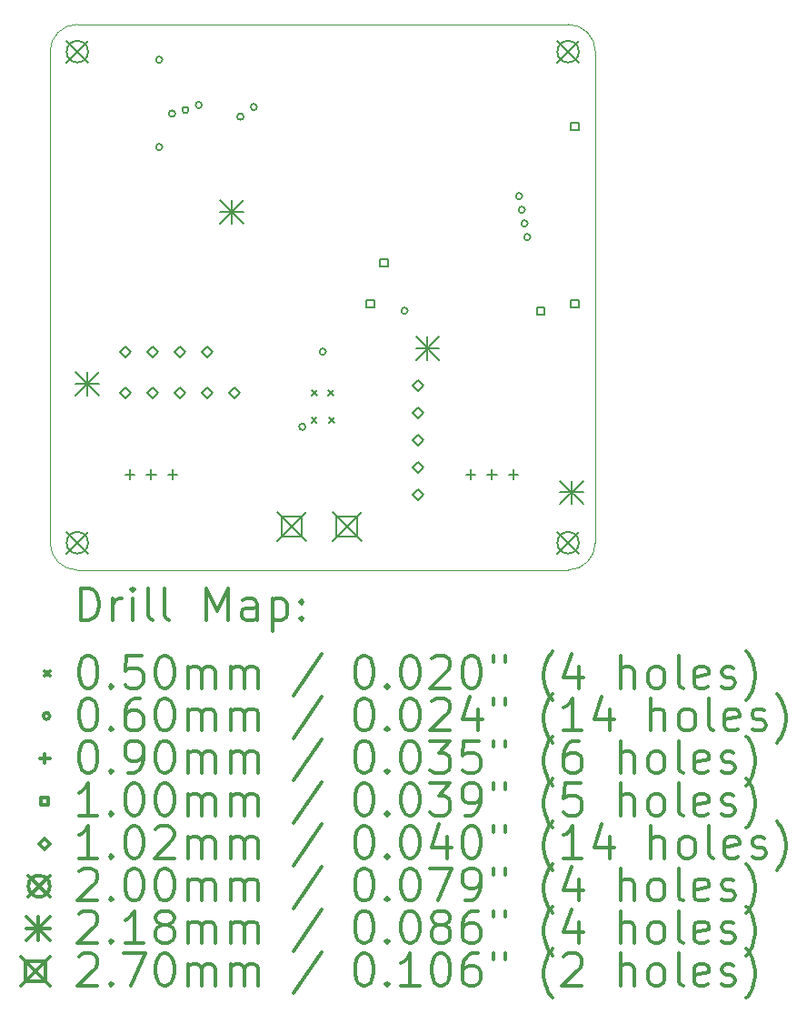
<source format=gbr>
%FSLAX45Y45*%
G04 Gerber Fmt 4.5, Leading zero omitted, Abs format (unit mm)*
G04 Created by KiCad (PCBNEW (5.1.9)-1) date 2021-04-18 01:50:58*
%MOMM*%
%LPD*%
G01*
G04 APERTURE LIST*
%TA.AperFunction,Profile*%
%ADD10C,0.050000*%
%TD*%
%ADD11C,0.200000*%
%ADD12C,0.300000*%
G04 APERTURE END LIST*
D10*
X12446000Y-8128000D02*
G75*
G02*
X12700000Y-7874000I254000J0D01*
G01*
X17272000Y-7874000D02*
G75*
G02*
X17526000Y-8128000I0J-254000D01*
G01*
X12446000Y-12700000D02*
X12446000Y-8128000D01*
X12700000Y-12954000D02*
G75*
G02*
X12446000Y-12700000I0J254000D01*
G01*
X17272000Y-12954000D02*
X12700000Y-12954000D01*
X17526000Y-12700000D02*
G75*
G02*
X17272000Y-12954000I-254000J0D01*
G01*
X17526000Y-8128000D02*
X17526000Y-12700000D01*
X12700000Y-7874000D02*
X17272000Y-7874000D01*
D11*
X14879600Y-11532000D02*
X14929600Y-11582000D01*
X14929600Y-11532000D02*
X14879600Y-11582000D01*
X14883000Y-11278000D02*
X14933000Y-11328000D01*
X14933000Y-11278000D02*
X14883000Y-11328000D01*
X15039000Y-11278000D02*
X15089000Y-11328000D01*
X15089000Y-11278000D02*
X15039000Y-11328000D01*
X15042400Y-11532000D02*
X15092400Y-11582000D01*
X15092400Y-11532000D02*
X15042400Y-11582000D01*
X13492000Y-8204200D02*
G75*
G03*
X13492000Y-8204200I-30000J0D01*
G01*
X13492000Y-9017000D02*
G75*
G03*
X13492000Y-9017000I-30000J0D01*
G01*
X13611500Y-8704700D02*
G75*
G03*
X13611500Y-8704700I-30000J0D01*
G01*
X13736500Y-8670900D02*
G75*
G03*
X13736500Y-8670900I-30000J0D01*
G01*
X13861500Y-8624500D02*
G75*
G03*
X13861500Y-8624500I-30000J0D01*
G01*
X14249000Y-8732600D02*
G75*
G03*
X14249000Y-8732600I-30000J0D01*
G01*
X14374000Y-8643000D02*
G75*
G03*
X14374000Y-8643000I-30000J0D01*
G01*
X14825500Y-11620500D02*
G75*
G03*
X14825500Y-11620500I-30000J0D01*
G01*
X15016000Y-10922000D02*
G75*
G03*
X15016000Y-10922000I-30000J0D01*
G01*
X15778000Y-10541000D02*
G75*
G03*
X15778000Y-10541000I-30000J0D01*
G01*
X16844800Y-9474200D02*
G75*
G03*
X16844800Y-9474200I-30000J0D01*
G01*
X16870200Y-9601200D02*
G75*
G03*
X16870200Y-9601200I-30000J0D01*
G01*
X16895600Y-9728200D02*
G75*
G03*
X16895600Y-9728200I-30000J0D01*
G01*
X16921001Y-9855200D02*
G75*
G03*
X16921001Y-9855200I-30000J0D01*
G01*
X13189000Y-12020000D02*
X13189000Y-12110000D01*
X13144000Y-12065000D02*
X13234000Y-12065000D01*
X13389000Y-12020000D02*
X13389000Y-12110000D01*
X13344000Y-12065000D02*
X13434000Y-12065000D01*
X13589000Y-12020000D02*
X13589000Y-12110000D01*
X13544000Y-12065000D02*
X13634000Y-12065000D01*
X16364000Y-12020000D02*
X16364000Y-12110000D01*
X16319000Y-12065000D02*
X16409000Y-12065000D01*
X16564000Y-12020000D02*
X16564000Y-12110000D01*
X16519000Y-12065000D02*
X16609000Y-12065000D01*
X16764000Y-12020000D02*
X16764000Y-12110000D01*
X16719000Y-12065000D02*
X16809000Y-12065000D01*
X15465856Y-10512856D02*
X15465856Y-10442144D01*
X15395144Y-10442144D01*
X15395144Y-10512856D01*
X15465856Y-10512856D01*
X15592856Y-10131856D02*
X15592856Y-10061144D01*
X15522144Y-10061144D01*
X15522144Y-10131856D01*
X15592856Y-10131856D01*
X17053356Y-10576356D02*
X17053356Y-10505644D01*
X16982644Y-10505644D01*
X16982644Y-10576356D01*
X17053356Y-10576356D01*
X17370856Y-8861856D02*
X17370856Y-8791144D01*
X17300144Y-8791144D01*
X17300144Y-8861856D01*
X17370856Y-8861856D01*
X17370856Y-10512856D02*
X17370856Y-10442144D01*
X17300144Y-10442144D01*
X17300144Y-10512856D01*
X17370856Y-10512856D01*
X13144500Y-10973000D02*
X13195500Y-10922000D01*
X13144500Y-10871000D01*
X13093500Y-10922000D01*
X13144500Y-10973000D01*
X13144500Y-11354000D02*
X13195500Y-11303000D01*
X13144500Y-11252000D01*
X13093500Y-11303000D01*
X13144500Y-11354000D01*
X13398500Y-10973000D02*
X13449500Y-10922000D01*
X13398500Y-10871000D01*
X13347500Y-10922000D01*
X13398500Y-10973000D01*
X13398500Y-11354000D02*
X13449500Y-11303000D01*
X13398500Y-11252000D01*
X13347500Y-11303000D01*
X13398500Y-11354000D01*
X13652500Y-10973000D02*
X13703500Y-10922000D01*
X13652500Y-10871000D01*
X13601500Y-10922000D01*
X13652500Y-10973000D01*
X13652500Y-11354000D02*
X13703500Y-11303000D01*
X13652500Y-11252000D01*
X13601500Y-11303000D01*
X13652500Y-11354000D01*
X13906500Y-10973000D02*
X13957500Y-10922000D01*
X13906500Y-10871000D01*
X13855500Y-10922000D01*
X13906500Y-10973000D01*
X13906500Y-11354000D02*
X13957500Y-11303000D01*
X13906500Y-11252000D01*
X13855500Y-11303000D01*
X13906500Y-11354000D01*
X14160500Y-11354000D02*
X14211500Y-11303000D01*
X14160500Y-11252000D01*
X14109500Y-11303000D01*
X14160500Y-11354000D01*
X15875000Y-11290000D02*
X15926000Y-11239000D01*
X15875000Y-11188000D01*
X15824000Y-11239000D01*
X15875000Y-11290000D01*
X15875000Y-11544000D02*
X15926000Y-11493000D01*
X15875000Y-11442000D01*
X15824000Y-11493000D01*
X15875000Y-11544000D01*
X15875000Y-11798000D02*
X15926000Y-11747000D01*
X15875000Y-11696000D01*
X15824000Y-11747000D01*
X15875000Y-11798000D01*
X15875000Y-12052000D02*
X15926000Y-12001000D01*
X15875000Y-11950000D01*
X15824000Y-12001000D01*
X15875000Y-12052000D01*
X15875000Y-12306000D02*
X15926000Y-12255000D01*
X15875000Y-12204000D01*
X15824000Y-12255000D01*
X15875000Y-12306000D01*
X12600000Y-8028000D02*
X12800000Y-8228000D01*
X12800000Y-8028000D02*
X12600000Y-8228000D01*
X12800000Y-8128000D02*
G75*
G03*
X12800000Y-8128000I-100000J0D01*
G01*
X12600000Y-12600000D02*
X12800000Y-12800000D01*
X12800000Y-12600000D02*
X12600000Y-12800000D01*
X12800000Y-12700000D02*
G75*
G03*
X12800000Y-12700000I-100000J0D01*
G01*
X17172000Y-8028000D02*
X17372000Y-8228000D01*
X17372000Y-8028000D02*
X17172000Y-8228000D01*
X17372000Y-8128000D02*
G75*
G03*
X17372000Y-8128000I-100000J0D01*
G01*
X17172000Y-12600000D02*
X17372000Y-12800000D01*
X17372000Y-12600000D02*
X17172000Y-12800000D01*
X17372000Y-12700000D02*
G75*
G03*
X17372000Y-12700000I-100000J0D01*
G01*
X12682500Y-11110000D02*
X12900500Y-11328000D01*
X12900500Y-11110000D02*
X12682500Y-11328000D01*
X12791500Y-11110000D02*
X12791500Y-11328000D01*
X12682500Y-11219000D02*
X12900500Y-11219000D01*
X14032500Y-9510000D02*
X14250500Y-9728000D01*
X14250500Y-9510000D02*
X14032500Y-9728000D01*
X14141500Y-9510000D02*
X14141500Y-9728000D01*
X14032500Y-9619000D02*
X14250500Y-9619000D01*
X15854000Y-10779000D02*
X16072000Y-10997000D01*
X16072000Y-10779000D02*
X15854000Y-10997000D01*
X15963000Y-10779000D02*
X15963000Y-10997000D01*
X15854000Y-10888000D02*
X16072000Y-10888000D01*
X17197000Y-12122000D02*
X17415000Y-12340000D01*
X17415000Y-12122000D02*
X17197000Y-12340000D01*
X17306000Y-12122000D02*
X17306000Y-12340000D01*
X17197000Y-12231000D02*
X17415000Y-12231000D01*
X14561000Y-12414000D02*
X14831000Y-12684000D01*
X14831000Y-12414000D02*
X14561000Y-12684000D01*
X14791460Y-12644460D02*
X14791460Y-12453540D01*
X14600540Y-12453540D01*
X14600540Y-12644460D01*
X14791460Y-12644460D01*
X15076000Y-12414000D02*
X15346000Y-12684000D01*
X15346000Y-12414000D02*
X15076000Y-12684000D01*
X15306460Y-12644460D02*
X15306460Y-12453540D01*
X15115540Y-12453540D01*
X15115540Y-12644460D01*
X15306460Y-12644460D01*
D12*
X12729928Y-13422214D02*
X12729928Y-13122214D01*
X12801357Y-13122214D01*
X12844214Y-13136500D01*
X12872786Y-13165071D01*
X12887071Y-13193643D01*
X12901357Y-13250786D01*
X12901357Y-13293643D01*
X12887071Y-13350786D01*
X12872786Y-13379357D01*
X12844214Y-13407928D01*
X12801357Y-13422214D01*
X12729928Y-13422214D01*
X13029928Y-13422214D02*
X13029928Y-13222214D01*
X13029928Y-13279357D02*
X13044214Y-13250786D01*
X13058500Y-13236500D01*
X13087071Y-13222214D01*
X13115643Y-13222214D01*
X13215643Y-13422214D02*
X13215643Y-13222214D01*
X13215643Y-13122214D02*
X13201357Y-13136500D01*
X13215643Y-13150786D01*
X13229928Y-13136500D01*
X13215643Y-13122214D01*
X13215643Y-13150786D01*
X13401357Y-13422214D02*
X13372786Y-13407928D01*
X13358500Y-13379357D01*
X13358500Y-13122214D01*
X13558500Y-13422214D02*
X13529928Y-13407928D01*
X13515643Y-13379357D01*
X13515643Y-13122214D01*
X13901357Y-13422214D02*
X13901357Y-13122214D01*
X14001357Y-13336500D01*
X14101357Y-13122214D01*
X14101357Y-13422214D01*
X14372786Y-13422214D02*
X14372786Y-13265071D01*
X14358500Y-13236500D01*
X14329928Y-13222214D01*
X14272786Y-13222214D01*
X14244214Y-13236500D01*
X14372786Y-13407928D02*
X14344214Y-13422214D01*
X14272786Y-13422214D01*
X14244214Y-13407928D01*
X14229928Y-13379357D01*
X14229928Y-13350786D01*
X14244214Y-13322214D01*
X14272786Y-13307928D01*
X14344214Y-13307928D01*
X14372786Y-13293643D01*
X14515643Y-13222214D02*
X14515643Y-13522214D01*
X14515643Y-13236500D02*
X14544214Y-13222214D01*
X14601357Y-13222214D01*
X14629928Y-13236500D01*
X14644214Y-13250786D01*
X14658500Y-13279357D01*
X14658500Y-13365071D01*
X14644214Y-13393643D01*
X14629928Y-13407928D01*
X14601357Y-13422214D01*
X14544214Y-13422214D01*
X14515643Y-13407928D01*
X14787071Y-13393643D02*
X14801357Y-13407928D01*
X14787071Y-13422214D01*
X14772786Y-13407928D01*
X14787071Y-13393643D01*
X14787071Y-13422214D01*
X14787071Y-13236500D02*
X14801357Y-13250786D01*
X14787071Y-13265071D01*
X14772786Y-13250786D01*
X14787071Y-13236500D01*
X14787071Y-13265071D01*
X12393500Y-13891500D02*
X12443500Y-13941500D01*
X12443500Y-13891500D02*
X12393500Y-13941500D01*
X12787071Y-13752214D02*
X12815643Y-13752214D01*
X12844214Y-13766500D01*
X12858500Y-13780786D01*
X12872786Y-13809357D01*
X12887071Y-13866500D01*
X12887071Y-13937928D01*
X12872786Y-13995071D01*
X12858500Y-14023643D01*
X12844214Y-14037928D01*
X12815643Y-14052214D01*
X12787071Y-14052214D01*
X12758500Y-14037928D01*
X12744214Y-14023643D01*
X12729928Y-13995071D01*
X12715643Y-13937928D01*
X12715643Y-13866500D01*
X12729928Y-13809357D01*
X12744214Y-13780786D01*
X12758500Y-13766500D01*
X12787071Y-13752214D01*
X13015643Y-14023643D02*
X13029928Y-14037928D01*
X13015643Y-14052214D01*
X13001357Y-14037928D01*
X13015643Y-14023643D01*
X13015643Y-14052214D01*
X13301357Y-13752214D02*
X13158500Y-13752214D01*
X13144214Y-13895071D01*
X13158500Y-13880786D01*
X13187071Y-13866500D01*
X13258500Y-13866500D01*
X13287071Y-13880786D01*
X13301357Y-13895071D01*
X13315643Y-13923643D01*
X13315643Y-13995071D01*
X13301357Y-14023643D01*
X13287071Y-14037928D01*
X13258500Y-14052214D01*
X13187071Y-14052214D01*
X13158500Y-14037928D01*
X13144214Y-14023643D01*
X13501357Y-13752214D02*
X13529928Y-13752214D01*
X13558500Y-13766500D01*
X13572786Y-13780786D01*
X13587071Y-13809357D01*
X13601357Y-13866500D01*
X13601357Y-13937928D01*
X13587071Y-13995071D01*
X13572786Y-14023643D01*
X13558500Y-14037928D01*
X13529928Y-14052214D01*
X13501357Y-14052214D01*
X13472786Y-14037928D01*
X13458500Y-14023643D01*
X13444214Y-13995071D01*
X13429928Y-13937928D01*
X13429928Y-13866500D01*
X13444214Y-13809357D01*
X13458500Y-13780786D01*
X13472786Y-13766500D01*
X13501357Y-13752214D01*
X13729928Y-14052214D02*
X13729928Y-13852214D01*
X13729928Y-13880786D02*
X13744214Y-13866500D01*
X13772786Y-13852214D01*
X13815643Y-13852214D01*
X13844214Y-13866500D01*
X13858500Y-13895071D01*
X13858500Y-14052214D01*
X13858500Y-13895071D02*
X13872786Y-13866500D01*
X13901357Y-13852214D01*
X13944214Y-13852214D01*
X13972786Y-13866500D01*
X13987071Y-13895071D01*
X13987071Y-14052214D01*
X14129928Y-14052214D02*
X14129928Y-13852214D01*
X14129928Y-13880786D02*
X14144214Y-13866500D01*
X14172786Y-13852214D01*
X14215643Y-13852214D01*
X14244214Y-13866500D01*
X14258500Y-13895071D01*
X14258500Y-14052214D01*
X14258500Y-13895071D02*
X14272786Y-13866500D01*
X14301357Y-13852214D01*
X14344214Y-13852214D01*
X14372786Y-13866500D01*
X14387071Y-13895071D01*
X14387071Y-14052214D01*
X14972786Y-13737928D02*
X14715643Y-14123643D01*
X15358500Y-13752214D02*
X15387071Y-13752214D01*
X15415643Y-13766500D01*
X15429928Y-13780786D01*
X15444214Y-13809357D01*
X15458500Y-13866500D01*
X15458500Y-13937928D01*
X15444214Y-13995071D01*
X15429928Y-14023643D01*
X15415643Y-14037928D01*
X15387071Y-14052214D01*
X15358500Y-14052214D01*
X15329928Y-14037928D01*
X15315643Y-14023643D01*
X15301357Y-13995071D01*
X15287071Y-13937928D01*
X15287071Y-13866500D01*
X15301357Y-13809357D01*
X15315643Y-13780786D01*
X15329928Y-13766500D01*
X15358500Y-13752214D01*
X15587071Y-14023643D02*
X15601357Y-14037928D01*
X15587071Y-14052214D01*
X15572786Y-14037928D01*
X15587071Y-14023643D01*
X15587071Y-14052214D01*
X15787071Y-13752214D02*
X15815643Y-13752214D01*
X15844214Y-13766500D01*
X15858500Y-13780786D01*
X15872786Y-13809357D01*
X15887071Y-13866500D01*
X15887071Y-13937928D01*
X15872786Y-13995071D01*
X15858500Y-14023643D01*
X15844214Y-14037928D01*
X15815643Y-14052214D01*
X15787071Y-14052214D01*
X15758500Y-14037928D01*
X15744214Y-14023643D01*
X15729928Y-13995071D01*
X15715643Y-13937928D01*
X15715643Y-13866500D01*
X15729928Y-13809357D01*
X15744214Y-13780786D01*
X15758500Y-13766500D01*
X15787071Y-13752214D01*
X16001357Y-13780786D02*
X16015643Y-13766500D01*
X16044214Y-13752214D01*
X16115643Y-13752214D01*
X16144214Y-13766500D01*
X16158500Y-13780786D01*
X16172786Y-13809357D01*
X16172786Y-13837928D01*
X16158500Y-13880786D01*
X15987071Y-14052214D01*
X16172786Y-14052214D01*
X16358500Y-13752214D02*
X16387071Y-13752214D01*
X16415643Y-13766500D01*
X16429928Y-13780786D01*
X16444214Y-13809357D01*
X16458500Y-13866500D01*
X16458500Y-13937928D01*
X16444214Y-13995071D01*
X16429928Y-14023643D01*
X16415643Y-14037928D01*
X16387071Y-14052214D01*
X16358500Y-14052214D01*
X16329928Y-14037928D01*
X16315643Y-14023643D01*
X16301357Y-13995071D01*
X16287071Y-13937928D01*
X16287071Y-13866500D01*
X16301357Y-13809357D01*
X16315643Y-13780786D01*
X16329928Y-13766500D01*
X16358500Y-13752214D01*
X16572786Y-13752214D02*
X16572786Y-13809357D01*
X16687071Y-13752214D02*
X16687071Y-13809357D01*
X17129928Y-14166500D02*
X17115643Y-14152214D01*
X17087071Y-14109357D01*
X17072786Y-14080786D01*
X17058500Y-14037928D01*
X17044214Y-13966500D01*
X17044214Y-13909357D01*
X17058500Y-13837928D01*
X17072786Y-13795071D01*
X17087071Y-13766500D01*
X17115643Y-13723643D01*
X17129928Y-13709357D01*
X17372786Y-13852214D02*
X17372786Y-14052214D01*
X17301357Y-13737928D02*
X17229928Y-13952214D01*
X17415643Y-13952214D01*
X17758500Y-14052214D02*
X17758500Y-13752214D01*
X17887071Y-14052214D02*
X17887071Y-13895071D01*
X17872786Y-13866500D01*
X17844214Y-13852214D01*
X17801357Y-13852214D01*
X17772786Y-13866500D01*
X17758500Y-13880786D01*
X18072786Y-14052214D02*
X18044214Y-14037928D01*
X18029928Y-14023643D01*
X18015643Y-13995071D01*
X18015643Y-13909357D01*
X18029928Y-13880786D01*
X18044214Y-13866500D01*
X18072786Y-13852214D01*
X18115643Y-13852214D01*
X18144214Y-13866500D01*
X18158500Y-13880786D01*
X18172786Y-13909357D01*
X18172786Y-13995071D01*
X18158500Y-14023643D01*
X18144214Y-14037928D01*
X18115643Y-14052214D01*
X18072786Y-14052214D01*
X18344214Y-14052214D02*
X18315643Y-14037928D01*
X18301357Y-14009357D01*
X18301357Y-13752214D01*
X18572786Y-14037928D02*
X18544214Y-14052214D01*
X18487071Y-14052214D01*
X18458500Y-14037928D01*
X18444214Y-14009357D01*
X18444214Y-13895071D01*
X18458500Y-13866500D01*
X18487071Y-13852214D01*
X18544214Y-13852214D01*
X18572786Y-13866500D01*
X18587071Y-13895071D01*
X18587071Y-13923643D01*
X18444214Y-13952214D01*
X18701357Y-14037928D02*
X18729928Y-14052214D01*
X18787071Y-14052214D01*
X18815643Y-14037928D01*
X18829928Y-14009357D01*
X18829928Y-13995071D01*
X18815643Y-13966500D01*
X18787071Y-13952214D01*
X18744214Y-13952214D01*
X18715643Y-13937928D01*
X18701357Y-13909357D01*
X18701357Y-13895071D01*
X18715643Y-13866500D01*
X18744214Y-13852214D01*
X18787071Y-13852214D01*
X18815643Y-13866500D01*
X18929928Y-14166500D02*
X18944214Y-14152214D01*
X18972786Y-14109357D01*
X18987071Y-14080786D01*
X19001357Y-14037928D01*
X19015643Y-13966500D01*
X19015643Y-13909357D01*
X19001357Y-13837928D01*
X18987071Y-13795071D01*
X18972786Y-13766500D01*
X18944214Y-13723643D01*
X18929928Y-13709357D01*
X12443500Y-14312500D02*
G75*
G03*
X12443500Y-14312500I-30000J0D01*
G01*
X12787071Y-14148214D02*
X12815643Y-14148214D01*
X12844214Y-14162500D01*
X12858500Y-14176786D01*
X12872786Y-14205357D01*
X12887071Y-14262500D01*
X12887071Y-14333928D01*
X12872786Y-14391071D01*
X12858500Y-14419643D01*
X12844214Y-14433928D01*
X12815643Y-14448214D01*
X12787071Y-14448214D01*
X12758500Y-14433928D01*
X12744214Y-14419643D01*
X12729928Y-14391071D01*
X12715643Y-14333928D01*
X12715643Y-14262500D01*
X12729928Y-14205357D01*
X12744214Y-14176786D01*
X12758500Y-14162500D01*
X12787071Y-14148214D01*
X13015643Y-14419643D02*
X13029928Y-14433928D01*
X13015643Y-14448214D01*
X13001357Y-14433928D01*
X13015643Y-14419643D01*
X13015643Y-14448214D01*
X13287071Y-14148214D02*
X13229928Y-14148214D01*
X13201357Y-14162500D01*
X13187071Y-14176786D01*
X13158500Y-14219643D01*
X13144214Y-14276786D01*
X13144214Y-14391071D01*
X13158500Y-14419643D01*
X13172786Y-14433928D01*
X13201357Y-14448214D01*
X13258500Y-14448214D01*
X13287071Y-14433928D01*
X13301357Y-14419643D01*
X13315643Y-14391071D01*
X13315643Y-14319643D01*
X13301357Y-14291071D01*
X13287071Y-14276786D01*
X13258500Y-14262500D01*
X13201357Y-14262500D01*
X13172786Y-14276786D01*
X13158500Y-14291071D01*
X13144214Y-14319643D01*
X13501357Y-14148214D02*
X13529928Y-14148214D01*
X13558500Y-14162500D01*
X13572786Y-14176786D01*
X13587071Y-14205357D01*
X13601357Y-14262500D01*
X13601357Y-14333928D01*
X13587071Y-14391071D01*
X13572786Y-14419643D01*
X13558500Y-14433928D01*
X13529928Y-14448214D01*
X13501357Y-14448214D01*
X13472786Y-14433928D01*
X13458500Y-14419643D01*
X13444214Y-14391071D01*
X13429928Y-14333928D01*
X13429928Y-14262500D01*
X13444214Y-14205357D01*
X13458500Y-14176786D01*
X13472786Y-14162500D01*
X13501357Y-14148214D01*
X13729928Y-14448214D02*
X13729928Y-14248214D01*
X13729928Y-14276786D02*
X13744214Y-14262500D01*
X13772786Y-14248214D01*
X13815643Y-14248214D01*
X13844214Y-14262500D01*
X13858500Y-14291071D01*
X13858500Y-14448214D01*
X13858500Y-14291071D02*
X13872786Y-14262500D01*
X13901357Y-14248214D01*
X13944214Y-14248214D01*
X13972786Y-14262500D01*
X13987071Y-14291071D01*
X13987071Y-14448214D01*
X14129928Y-14448214D02*
X14129928Y-14248214D01*
X14129928Y-14276786D02*
X14144214Y-14262500D01*
X14172786Y-14248214D01*
X14215643Y-14248214D01*
X14244214Y-14262500D01*
X14258500Y-14291071D01*
X14258500Y-14448214D01*
X14258500Y-14291071D02*
X14272786Y-14262500D01*
X14301357Y-14248214D01*
X14344214Y-14248214D01*
X14372786Y-14262500D01*
X14387071Y-14291071D01*
X14387071Y-14448214D01*
X14972786Y-14133928D02*
X14715643Y-14519643D01*
X15358500Y-14148214D02*
X15387071Y-14148214D01*
X15415643Y-14162500D01*
X15429928Y-14176786D01*
X15444214Y-14205357D01*
X15458500Y-14262500D01*
X15458500Y-14333928D01*
X15444214Y-14391071D01*
X15429928Y-14419643D01*
X15415643Y-14433928D01*
X15387071Y-14448214D01*
X15358500Y-14448214D01*
X15329928Y-14433928D01*
X15315643Y-14419643D01*
X15301357Y-14391071D01*
X15287071Y-14333928D01*
X15287071Y-14262500D01*
X15301357Y-14205357D01*
X15315643Y-14176786D01*
X15329928Y-14162500D01*
X15358500Y-14148214D01*
X15587071Y-14419643D02*
X15601357Y-14433928D01*
X15587071Y-14448214D01*
X15572786Y-14433928D01*
X15587071Y-14419643D01*
X15587071Y-14448214D01*
X15787071Y-14148214D02*
X15815643Y-14148214D01*
X15844214Y-14162500D01*
X15858500Y-14176786D01*
X15872786Y-14205357D01*
X15887071Y-14262500D01*
X15887071Y-14333928D01*
X15872786Y-14391071D01*
X15858500Y-14419643D01*
X15844214Y-14433928D01*
X15815643Y-14448214D01*
X15787071Y-14448214D01*
X15758500Y-14433928D01*
X15744214Y-14419643D01*
X15729928Y-14391071D01*
X15715643Y-14333928D01*
X15715643Y-14262500D01*
X15729928Y-14205357D01*
X15744214Y-14176786D01*
X15758500Y-14162500D01*
X15787071Y-14148214D01*
X16001357Y-14176786D02*
X16015643Y-14162500D01*
X16044214Y-14148214D01*
X16115643Y-14148214D01*
X16144214Y-14162500D01*
X16158500Y-14176786D01*
X16172786Y-14205357D01*
X16172786Y-14233928D01*
X16158500Y-14276786D01*
X15987071Y-14448214D01*
X16172786Y-14448214D01*
X16429928Y-14248214D02*
X16429928Y-14448214D01*
X16358500Y-14133928D02*
X16287071Y-14348214D01*
X16472786Y-14348214D01*
X16572786Y-14148214D02*
X16572786Y-14205357D01*
X16687071Y-14148214D02*
X16687071Y-14205357D01*
X17129928Y-14562500D02*
X17115643Y-14548214D01*
X17087071Y-14505357D01*
X17072786Y-14476786D01*
X17058500Y-14433928D01*
X17044214Y-14362500D01*
X17044214Y-14305357D01*
X17058500Y-14233928D01*
X17072786Y-14191071D01*
X17087071Y-14162500D01*
X17115643Y-14119643D01*
X17129928Y-14105357D01*
X17401357Y-14448214D02*
X17229928Y-14448214D01*
X17315643Y-14448214D02*
X17315643Y-14148214D01*
X17287071Y-14191071D01*
X17258500Y-14219643D01*
X17229928Y-14233928D01*
X17658500Y-14248214D02*
X17658500Y-14448214D01*
X17587071Y-14133928D02*
X17515643Y-14348214D01*
X17701357Y-14348214D01*
X18044214Y-14448214D02*
X18044214Y-14148214D01*
X18172786Y-14448214D02*
X18172786Y-14291071D01*
X18158500Y-14262500D01*
X18129928Y-14248214D01*
X18087071Y-14248214D01*
X18058500Y-14262500D01*
X18044214Y-14276786D01*
X18358500Y-14448214D02*
X18329928Y-14433928D01*
X18315643Y-14419643D01*
X18301357Y-14391071D01*
X18301357Y-14305357D01*
X18315643Y-14276786D01*
X18329928Y-14262500D01*
X18358500Y-14248214D01*
X18401357Y-14248214D01*
X18429928Y-14262500D01*
X18444214Y-14276786D01*
X18458500Y-14305357D01*
X18458500Y-14391071D01*
X18444214Y-14419643D01*
X18429928Y-14433928D01*
X18401357Y-14448214D01*
X18358500Y-14448214D01*
X18629928Y-14448214D02*
X18601357Y-14433928D01*
X18587071Y-14405357D01*
X18587071Y-14148214D01*
X18858500Y-14433928D02*
X18829928Y-14448214D01*
X18772786Y-14448214D01*
X18744214Y-14433928D01*
X18729928Y-14405357D01*
X18729928Y-14291071D01*
X18744214Y-14262500D01*
X18772786Y-14248214D01*
X18829928Y-14248214D01*
X18858500Y-14262500D01*
X18872786Y-14291071D01*
X18872786Y-14319643D01*
X18729928Y-14348214D01*
X18987071Y-14433928D02*
X19015643Y-14448214D01*
X19072786Y-14448214D01*
X19101357Y-14433928D01*
X19115643Y-14405357D01*
X19115643Y-14391071D01*
X19101357Y-14362500D01*
X19072786Y-14348214D01*
X19029928Y-14348214D01*
X19001357Y-14333928D01*
X18987071Y-14305357D01*
X18987071Y-14291071D01*
X19001357Y-14262500D01*
X19029928Y-14248214D01*
X19072786Y-14248214D01*
X19101357Y-14262500D01*
X19215643Y-14562500D02*
X19229928Y-14548214D01*
X19258500Y-14505357D01*
X19272786Y-14476786D01*
X19287071Y-14433928D01*
X19301357Y-14362500D01*
X19301357Y-14305357D01*
X19287071Y-14233928D01*
X19272786Y-14191071D01*
X19258500Y-14162500D01*
X19229928Y-14119643D01*
X19215643Y-14105357D01*
X12398500Y-14663500D02*
X12398500Y-14753500D01*
X12353500Y-14708500D02*
X12443500Y-14708500D01*
X12787071Y-14544214D02*
X12815643Y-14544214D01*
X12844214Y-14558500D01*
X12858500Y-14572786D01*
X12872786Y-14601357D01*
X12887071Y-14658500D01*
X12887071Y-14729928D01*
X12872786Y-14787071D01*
X12858500Y-14815643D01*
X12844214Y-14829928D01*
X12815643Y-14844214D01*
X12787071Y-14844214D01*
X12758500Y-14829928D01*
X12744214Y-14815643D01*
X12729928Y-14787071D01*
X12715643Y-14729928D01*
X12715643Y-14658500D01*
X12729928Y-14601357D01*
X12744214Y-14572786D01*
X12758500Y-14558500D01*
X12787071Y-14544214D01*
X13015643Y-14815643D02*
X13029928Y-14829928D01*
X13015643Y-14844214D01*
X13001357Y-14829928D01*
X13015643Y-14815643D01*
X13015643Y-14844214D01*
X13172786Y-14844214D02*
X13229928Y-14844214D01*
X13258500Y-14829928D01*
X13272786Y-14815643D01*
X13301357Y-14772786D01*
X13315643Y-14715643D01*
X13315643Y-14601357D01*
X13301357Y-14572786D01*
X13287071Y-14558500D01*
X13258500Y-14544214D01*
X13201357Y-14544214D01*
X13172786Y-14558500D01*
X13158500Y-14572786D01*
X13144214Y-14601357D01*
X13144214Y-14672786D01*
X13158500Y-14701357D01*
X13172786Y-14715643D01*
X13201357Y-14729928D01*
X13258500Y-14729928D01*
X13287071Y-14715643D01*
X13301357Y-14701357D01*
X13315643Y-14672786D01*
X13501357Y-14544214D02*
X13529928Y-14544214D01*
X13558500Y-14558500D01*
X13572786Y-14572786D01*
X13587071Y-14601357D01*
X13601357Y-14658500D01*
X13601357Y-14729928D01*
X13587071Y-14787071D01*
X13572786Y-14815643D01*
X13558500Y-14829928D01*
X13529928Y-14844214D01*
X13501357Y-14844214D01*
X13472786Y-14829928D01*
X13458500Y-14815643D01*
X13444214Y-14787071D01*
X13429928Y-14729928D01*
X13429928Y-14658500D01*
X13444214Y-14601357D01*
X13458500Y-14572786D01*
X13472786Y-14558500D01*
X13501357Y-14544214D01*
X13729928Y-14844214D02*
X13729928Y-14644214D01*
X13729928Y-14672786D02*
X13744214Y-14658500D01*
X13772786Y-14644214D01*
X13815643Y-14644214D01*
X13844214Y-14658500D01*
X13858500Y-14687071D01*
X13858500Y-14844214D01*
X13858500Y-14687071D02*
X13872786Y-14658500D01*
X13901357Y-14644214D01*
X13944214Y-14644214D01*
X13972786Y-14658500D01*
X13987071Y-14687071D01*
X13987071Y-14844214D01*
X14129928Y-14844214D02*
X14129928Y-14644214D01*
X14129928Y-14672786D02*
X14144214Y-14658500D01*
X14172786Y-14644214D01*
X14215643Y-14644214D01*
X14244214Y-14658500D01*
X14258500Y-14687071D01*
X14258500Y-14844214D01*
X14258500Y-14687071D02*
X14272786Y-14658500D01*
X14301357Y-14644214D01*
X14344214Y-14644214D01*
X14372786Y-14658500D01*
X14387071Y-14687071D01*
X14387071Y-14844214D01*
X14972786Y-14529928D02*
X14715643Y-14915643D01*
X15358500Y-14544214D02*
X15387071Y-14544214D01*
X15415643Y-14558500D01*
X15429928Y-14572786D01*
X15444214Y-14601357D01*
X15458500Y-14658500D01*
X15458500Y-14729928D01*
X15444214Y-14787071D01*
X15429928Y-14815643D01*
X15415643Y-14829928D01*
X15387071Y-14844214D01*
X15358500Y-14844214D01*
X15329928Y-14829928D01*
X15315643Y-14815643D01*
X15301357Y-14787071D01*
X15287071Y-14729928D01*
X15287071Y-14658500D01*
X15301357Y-14601357D01*
X15315643Y-14572786D01*
X15329928Y-14558500D01*
X15358500Y-14544214D01*
X15587071Y-14815643D02*
X15601357Y-14829928D01*
X15587071Y-14844214D01*
X15572786Y-14829928D01*
X15587071Y-14815643D01*
X15587071Y-14844214D01*
X15787071Y-14544214D02*
X15815643Y-14544214D01*
X15844214Y-14558500D01*
X15858500Y-14572786D01*
X15872786Y-14601357D01*
X15887071Y-14658500D01*
X15887071Y-14729928D01*
X15872786Y-14787071D01*
X15858500Y-14815643D01*
X15844214Y-14829928D01*
X15815643Y-14844214D01*
X15787071Y-14844214D01*
X15758500Y-14829928D01*
X15744214Y-14815643D01*
X15729928Y-14787071D01*
X15715643Y-14729928D01*
X15715643Y-14658500D01*
X15729928Y-14601357D01*
X15744214Y-14572786D01*
X15758500Y-14558500D01*
X15787071Y-14544214D01*
X15987071Y-14544214D02*
X16172786Y-14544214D01*
X16072786Y-14658500D01*
X16115643Y-14658500D01*
X16144214Y-14672786D01*
X16158500Y-14687071D01*
X16172786Y-14715643D01*
X16172786Y-14787071D01*
X16158500Y-14815643D01*
X16144214Y-14829928D01*
X16115643Y-14844214D01*
X16029928Y-14844214D01*
X16001357Y-14829928D01*
X15987071Y-14815643D01*
X16444214Y-14544214D02*
X16301357Y-14544214D01*
X16287071Y-14687071D01*
X16301357Y-14672786D01*
X16329928Y-14658500D01*
X16401357Y-14658500D01*
X16429928Y-14672786D01*
X16444214Y-14687071D01*
X16458500Y-14715643D01*
X16458500Y-14787071D01*
X16444214Y-14815643D01*
X16429928Y-14829928D01*
X16401357Y-14844214D01*
X16329928Y-14844214D01*
X16301357Y-14829928D01*
X16287071Y-14815643D01*
X16572786Y-14544214D02*
X16572786Y-14601357D01*
X16687071Y-14544214D02*
X16687071Y-14601357D01*
X17129928Y-14958500D02*
X17115643Y-14944214D01*
X17087071Y-14901357D01*
X17072786Y-14872786D01*
X17058500Y-14829928D01*
X17044214Y-14758500D01*
X17044214Y-14701357D01*
X17058500Y-14629928D01*
X17072786Y-14587071D01*
X17087071Y-14558500D01*
X17115643Y-14515643D01*
X17129928Y-14501357D01*
X17372786Y-14544214D02*
X17315643Y-14544214D01*
X17287071Y-14558500D01*
X17272786Y-14572786D01*
X17244214Y-14615643D01*
X17229928Y-14672786D01*
X17229928Y-14787071D01*
X17244214Y-14815643D01*
X17258500Y-14829928D01*
X17287071Y-14844214D01*
X17344214Y-14844214D01*
X17372786Y-14829928D01*
X17387071Y-14815643D01*
X17401357Y-14787071D01*
X17401357Y-14715643D01*
X17387071Y-14687071D01*
X17372786Y-14672786D01*
X17344214Y-14658500D01*
X17287071Y-14658500D01*
X17258500Y-14672786D01*
X17244214Y-14687071D01*
X17229928Y-14715643D01*
X17758500Y-14844214D02*
X17758500Y-14544214D01*
X17887071Y-14844214D02*
X17887071Y-14687071D01*
X17872786Y-14658500D01*
X17844214Y-14644214D01*
X17801357Y-14644214D01*
X17772786Y-14658500D01*
X17758500Y-14672786D01*
X18072786Y-14844214D02*
X18044214Y-14829928D01*
X18029928Y-14815643D01*
X18015643Y-14787071D01*
X18015643Y-14701357D01*
X18029928Y-14672786D01*
X18044214Y-14658500D01*
X18072786Y-14644214D01*
X18115643Y-14644214D01*
X18144214Y-14658500D01*
X18158500Y-14672786D01*
X18172786Y-14701357D01*
X18172786Y-14787071D01*
X18158500Y-14815643D01*
X18144214Y-14829928D01*
X18115643Y-14844214D01*
X18072786Y-14844214D01*
X18344214Y-14844214D02*
X18315643Y-14829928D01*
X18301357Y-14801357D01*
X18301357Y-14544214D01*
X18572786Y-14829928D02*
X18544214Y-14844214D01*
X18487071Y-14844214D01*
X18458500Y-14829928D01*
X18444214Y-14801357D01*
X18444214Y-14687071D01*
X18458500Y-14658500D01*
X18487071Y-14644214D01*
X18544214Y-14644214D01*
X18572786Y-14658500D01*
X18587071Y-14687071D01*
X18587071Y-14715643D01*
X18444214Y-14744214D01*
X18701357Y-14829928D02*
X18729928Y-14844214D01*
X18787071Y-14844214D01*
X18815643Y-14829928D01*
X18829928Y-14801357D01*
X18829928Y-14787071D01*
X18815643Y-14758500D01*
X18787071Y-14744214D01*
X18744214Y-14744214D01*
X18715643Y-14729928D01*
X18701357Y-14701357D01*
X18701357Y-14687071D01*
X18715643Y-14658500D01*
X18744214Y-14644214D01*
X18787071Y-14644214D01*
X18815643Y-14658500D01*
X18929928Y-14958500D02*
X18944214Y-14944214D01*
X18972786Y-14901357D01*
X18987071Y-14872786D01*
X19001357Y-14829928D01*
X19015643Y-14758500D01*
X19015643Y-14701357D01*
X19001357Y-14629928D01*
X18987071Y-14587071D01*
X18972786Y-14558500D01*
X18944214Y-14515643D01*
X18929928Y-14501357D01*
X12428856Y-15139856D02*
X12428856Y-15069144D01*
X12358144Y-15069144D01*
X12358144Y-15139856D01*
X12428856Y-15139856D01*
X12887071Y-15240214D02*
X12715643Y-15240214D01*
X12801357Y-15240214D02*
X12801357Y-14940214D01*
X12772786Y-14983071D01*
X12744214Y-15011643D01*
X12715643Y-15025928D01*
X13015643Y-15211643D02*
X13029928Y-15225928D01*
X13015643Y-15240214D01*
X13001357Y-15225928D01*
X13015643Y-15211643D01*
X13015643Y-15240214D01*
X13215643Y-14940214D02*
X13244214Y-14940214D01*
X13272786Y-14954500D01*
X13287071Y-14968786D01*
X13301357Y-14997357D01*
X13315643Y-15054500D01*
X13315643Y-15125928D01*
X13301357Y-15183071D01*
X13287071Y-15211643D01*
X13272786Y-15225928D01*
X13244214Y-15240214D01*
X13215643Y-15240214D01*
X13187071Y-15225928D01*
X13172786Y-15211643D01*
X13158500Y-15183071D01*
X13144214Y-15125928D01*
X13144214Y-15054500D01*
X13158500Y-14997357D01*
X13172786Y-14968786D01*
X13187071Y-14954500D01*
X13215643Y-14940214D01*
X13501357Y-14940214D02*
X13529928Y-14940214D01*
X13558500Y-14954500D01*
X13572786Y-14968786D01*
X13587071Y-14997357D01*
X13601357Y-15054500D01*
X13601357Y-15125928D01*
X13587071Y-15183071D01*
X13572786Y-15211643D01*
X13558500Y-15225928D01*
X13529928Y-15240214D01*
X13501357Y-15240214D01*
X13472786Y-15225928D01*
X13458500Y-15211643D01*
X13444214Y-15183071D01*
X13429928Y-15125928D01*
X13429928Y-15054500D01*
X13444214Y-14997357D01*
X13458500Y-14968786D01*
X13472786Y-14954500D01*
X13501357Y-14940214D01*
X13729928Y-15240214D02*
X13729928Y-15040214D01*
X13729928Y-15068786D02*
X13744214Y-15054500D01*
X13772786Y-15040214D01*
X13815643Y-15040214D01*
X13844214Y-15054500D01*
X13858500Y-15083071D01*
X13858500Y-15240214D01*
X13858500Y-15083071D02*
X13872786Y-15054500D01*
X13901357Y-15040214D01*
X13944214Y-15040214D01*
X13972786Y-15054500D01*
X13987071Y-15083071D01*
X13987071Y-15240214D01*
X14129928Y-15240214D02*
X14129928Y-15040214D01*
X14129928Y-15068786D02*
X14144214Y-15054500D01*
X14172786Y-15040214D01*
X14215643Y-15040214D01*
X14244214Y-15054500D01*
X14258500Y-15083071D01*
X14258500Y-15240214D01*
X14258500Y-15083071D02*
X14272786Y-15054500D01*
X14301357Y-15040214D01*
X14344214Y-15040214D01*
X14372786Y-15054500D01*
X14387071Y-15083071D01*
X14387071Y-15240214D01*
X14972786Y-14925928D02*
X14715643Y-15311643D01*
X15358500Y-14940214D02*
X15387071Y-14940214D01*
X15415643Y-14954500D01*
X15429928Y-14968786D01*
X15444214Y-14997357D01*
X15458500Y-15054500D01*
X15458500Y-15125928D01*
X15444214Y-15183071D01*
X15429928Y-15211643D01*
X15415643Y-15225928D01*
X15387071Y-15240214D01*
X15358500Y-15240214D01*
X15329928Y-15225928D01*
X15315643Y-15211643D01*
X15301357Y-15183071D01*
X15287071Y-15125928D01*
X15287071Y-15054500D01*
X15301357Y-14997357D01*
X15315643Y-14968786D01*
X15329928Y-14954500D01*
X15358500Y-14940214D01*
X15587071Y-15211643D02*
X15601357Y-15225928D01*
X15587071Y-15240214D01*
X15572786Y-15225928D01*
X15587071Y-15211643D01*
X15587071Y-15240214D01*
X15787071Y-14940214D02*
X15815643Y-14940214D01*
X15844214Y-14954500D01*
X15858500Y-14968786D01*
X15872786Y-14997357D01*
X15887071Y-15054500D01*
X15887071Y-15125928D01*
X15872786Y-15183071D01*
X15858500Y-15211643D01*
X15844214Y-15225928D01*
X15815643Y-15240214D01*
X15787071Y-15240214D01*
X15758500Y-15225928D01*
X15744214Y-15211643D01*
X15729928Y-15183071D01*
X15715643Y-15125928D01*
X15715643Y-15054500D01*
X15729928Y-14997357D01*
X15744214Y-14968786D01*
X15758500Y-14954500D01*
X15787071Y-14940214D01*
X15987071Y-14940214D02*
X16172786Y-14940214D01*
X16072786Y-15054500D01*
X16115643Y-15054500D01*
X16144214Y-15068786D01*
X16158500Y-15083071D01*
X16172786Y-15111643D01*
X16172786Y-15183071D01*
X16158500Y-15211643D01*
X16144214Y-15225928D01*
X16115643Y-15240214D01*
X16029928Y-15240214D01*
X16001357Y-15225928D01*
X15987071Y-15211643D01*
X16315643Y-15240214D02*
X16372786Y-15240214D01*
X16401357Y-15225928D01*
X16415643Y-15211643D01*
X16444214Y-15168786D01*
X16458500Y-15111643D01*
X16458500Y-14997357D01*
X16444214Y-14968786D01*
X16429928Y-14954500D01*
X16401357Y-14940214D01*
X16344214Y-14940214D01*
X16315643Y-14954500D01*
X16301357Y-14968786D01*
X16287071Y-14997357D01*
X16287071Y-15068786D01*
X16301357Y-15097357D01*
X16315643Y-15111643D01*
X16344214Y-15125928D01*
X16401357Y-15125928D01*
X16429928Y-15111643D01*
X16444214Y-15097357D01*
X16458500Y-15068786D01*
X16572786Y-14940214D02*
X16572786Y-14997357D01*
X16687071Y-14940214D02*
X16687071Y-14997357D01*
X17129928Y-15354500D02*
X17115643Y-15340214D01*
X17087071Y-15297357D01*
X17072786Y-15268786D01*
X17058500Y-15225928D01*
X17044214Y-15154500D01*
X17044214Y-15097357D01*
X17058500Y-15025928D01*
X17072786Y-14983071D01*
X17087071Y-14954500D01*
X17115643Y-14911643D01*
X17129928Y-14897357D01*
X17387071Y-14940214D02*
X17244214Y-14940214D01*
X17229928Y-15083071D01*
X17244214Y-15068786D01*
X17272786Y-15054500D01*
X17344214Y-15054500D01*
X17372786Y-15068786D01*
X17387071Y-15083071D01*
X17401357Y-15111643D01*
X17401357Y-15183071D01*
X17387071Y-15211643D01*
X17372786Y-15225928D01*
X17344214Y-15240214D01*
X17272786Y-15240214D01*
X17244214Y-15225928D01*
X17229928Y-15211643D01*
X17758500Y-15240214D02*
X17758500Y-14940214D01*
X17887071Y-15240214D02*
X17887071Y-15083071D01*
X17872786Y-15054500D01*
X17844214Y-15040214D01*
X17801357Y-15040214D01*
X17772786Y-15054500D01*
X17758500Y-15068786D01*
X18072786Y-15240214D02*
X18044214Y-15225928D01*
X18029928Y-15211643D01*
X18015643Y-15183071D01*
X18015643Y-15097357D01*
X18029928Y-15068786D01*
X18044214Y-15054500D01*
X18072786Y-15040214D01*
X18115643Y-15040214D01*
X18144214Y-15054500D01*
X18158500Y-15068786D01*
X18172786Y-15097357D01*
X18172786Y-15183071D01*
X18158500Y-15211643D01*
X18144214Y-15225928D01*
X18115643Y-15240214D01*
X18072786Y-15240214D01*
X18344214Y-15240214D02*
X18315643Y-15225928D01*
X18301357Y-15197357D01*
X18301357Y-14940214D01*
X18572786Y-15225928D02*
X18544214Y-15240214D01*
X18487071Y-15240214D01*
X18458500Y-15225928D01*
X18444214Y-15197357D01*
X18444214Y-15083071D01*
X18458500Y-15054500D01*
X18487071Y-15040214D01*
X18544214Y-15040214D01*
X18572786Y-15054500D01*
X18587071Y-15083071D01*
X18587071Y-15111643D01*
X18444214Y-15140214D01*
X18701357Y-15225928D02*
X18729928Y-15240214D01*
X18787071Y-15240214D01*
X18815643Y-15225928D01*
X18829928Y-15197357D01*
X18829928Y-15183071D01*
X18815643Y-15154500D01*
X18787071Y-15140214D01*
X18744214Y-15140214D01*
X18715643Y-15125928D01*
X18701357Y-15097357D01*
X18701357Y-15083071D01*
X18715643Y-15054500D01*
X18744214Y-15040214D01*
X18787071Y-15040214D01*
X18815643Y-15054500D01*
X18929928Y-15354500D02*
X18944214Y-15340214D01*
X18972786Y-15297357D01*
X18987071Y-15268786D01*
X19001357Y-15225928D01*
X19015643Y-15154500D01*
X19015643Y-15097357D01*
X19001357Y-15025928D01*
X18987071Y-14983071D01*
X18972786Y-14954500D01*
X18944214Y-14911643D01*
X18929928Y-14897357D01*
X12392500Y-15551500D02*
X12443500Y-15500500D01*
X12392500Y-15449500D01*
X12341500Y-15500500D01*
X12392500Y-15551500D01*
X12887071Y-15636214D02*
X12715643Y-15636214D01*
X12801357Y-15636214D02*
X12801357Y-15336214D01*
X12772786Y-15379071D01*
X12744214Y-15407643D01*
X12715643Y-15421928D01*
X13015643Y-15607643D02*
X13029928Y-15621928D01*
X13015643Y-15636214D01*
X13001357Y-15621928D01*
X13015643Y-15607643D01*
X13015643Y-15636214D01*
X13215643Y-15336214D02*
X13244214Y-15336214D01*
X13272786Y-15350500D01*
X13287071Y-15364786D01*
X13301357Y-15393357D01*
X13315643Y-15450500D01*
X13315643Y-15521928D01*
X13301357Y-15579071D01*
X13287071Y-15607643D01*
X13272786Y-15621928D01*
X13244214Y-15636214D01*
X13215643Y-15636214D01*
X13187071Y-15621928D01*
X13172786Y-15607643D01*
X13158500Y-15579071D01*
X13144214Y-15521928D01*
X13144214Y-15450500D01*
X13158500Y-15393357D01*
X13172786Y-15364786D01*
X13187071Y-15350500D01*
X13215643Y-15336214D01*
X13429928Y-15364786D02*
X13444214Y-15350500D01*
X13472786Y-15336214D01*
X13544214Y-15336214D01*
X13572786Y-15350500D01*
X13587071Y-15364786D01*
X13601357Y-15393357D01*
X13601357Y-15421928D01*
X13587071Y-15464786D01*
X13415643Y-15636214D01*
X13601357Y-15636214D01*
X13729928Y-15636214D02*
X13729928Y-15436214D01*
X13729928Y-15464786D02*
X13744214Y-15450500D01*
X13772786Y-15436214D01*
X13815643Y-15436214D01*
X13844214Y-15450500D01*
X13858500Y-15479071D01*
X13858500Y-15636214D01*
X13858500Y-15479071D02*
X13872786Y-15450500D01*
X13901357Y-15436214D01*
X13944214Y-15436214D01*
X13972786Y-15450500D01*
X13987071Y-15479071D01*
X13987071Y-15636214D01*
X14129928Y-15636214D02*
X14129928Y-15436214D01*
X14129928Y-15464786D02*
X14144214Y-15450500D01*
X14172786Y-15436214D01*
X14215643Y-15436214D01*
X14244214Y-15450500D01*
X14258500Y-15479071D01*
X14258500Y-15636214D01*
X14258500Y-15479071D02*
X14272786Y-15450500D01*
X14301357Y-15436214D01*
X14344214Y-15436214D01*
X14372786Y-15450500D01*
X14387071Y-15479071D01*
X14387071Y-15636214D01*
X14972786Y-15321928D02*
X14715643Y-15707643D01*
X15358500Y-15336214D02*
X15387071Y-15336214D01*
X15415643Y-15350500D01*
X15429928Y-15364786D01*
X15444214Y-15393357D01*
X15458500Y-15450500D01*
X15458500Y-15521928D01*
X15444214Y-15579071D01*
X15429928Y-15607643D01*
X15415643Y-15621928D01*
X15387071Y-15636214D01*
X15358500Y-15636214D01*
X15329928Y-15621928D01*
X15315643Y-15607643D01*
X15301357Y-15579071D01*
X15287071Y-15521928D01*
X15287071Y-15450500D01*
X15301357Y-15393357D01*
X15315643Y-15364786D01*
X15329928Y-15350500D01*
X15358500Y-15336214D01*
X15587071Y-15607643D02*
X15601357Y-15621928D01*
X15587071Y-15636214D01*
X15572786Y-15621928D01*
X15587071Y-15607643D01*
X15587071Y-15636214D01*
X15787071Y-15336214D02*
X15815643Y-15336214D01*
X15844214Y-15350500D01*
X15858500Y-15364786D01*
X15872786Y-15393357D01*
X15887071Y-15450500D01*
X15887071Y-15521928D01*
X15872786Y-15579071D01*
X15858500Y-15607643D01*
X15844214Y-15621928D01*
X15815643Y-15636214D01*
X15787071Y-15636214D01*
X15758500Y-15621928D01*
X15744214Y-15607643D01*
X15729928Y-15579071D01*
X15715643Y-15521928D01*
X15715643Y-15450500D01*
X15729928Y-15393357D01*
X15744214Y-15364786D01*
X15758500Y-15350500D01*
X15787071Y-15336214D01*
X16144214Y-15436214D02*
X16144214Y-15636214D01*
X16072786Y-15321928D02*
X16001357Y-15536214D01*
X16187071Y-15536214D01*
X16358500Y-15336214D02*
X16387071Y-15336214D01*
X16415643Y-15350500D01*
X16429928Y-15364786D01*
X16444214Y-15393357D01*
X16458500Y-15450500D01*
X16458500Y-15521928D01*
X16444214Y-15579071D01*
X16429928Y-15607643D01*
X16415643Y-15621928D01*
X16387071Y-15636214D01*
X16358500Y-15636214D01*
X16329928Y-15621928D01*
X16315643Y-15607643D01*
X16301357Y-15579071D01*
X16287071Y-15521928D01*
X16287071Y-15450500D01*
X16301357Y-15393357D01*
X16315643Y-15364786D01*
X16329928Y-15350500D01*
X16358500Y-15336214D01*
X16572786Y-15336214D02*
X16572786Y-15393357D01*
X16687071Y-15336214D02*
X16687071Y-15393357D01*
X17129928Y-15750500D02*
X17115643Y-15736214D01*
X17087071Y-15693357D01*
X17072786Y-15664786D01*
X17058500Y-15621928D01*
X17044214Y-15550500D01*
X17044214Y-15493357D01*
X17058500Y-15421928D01*
X17072786Y-15379071D01*
X17087071Y-15350500D01*
X17115643Y-15307643D01*
X17129928Y-15293357D01*
X17401357Y-15636214D02*
X17229928Y-15636214D01*
X17315643Y-15636214D02*
X17315643Y-15336214D01*
X17287071Y-15379071D01*
X17258500Y-15407643D01*
X17229928Y-15421928D01*
X17658500Y-15436214D02*
X17658500Y-15636214D01*
X17587071Y-15321928D02*
X17515643Y-15536214D01*
X17701357Y-15536214D01*
X18044214Y-15636214D02*
X18044214Y-15336214D01*
X18172786Y-15636214D02*
X18172786Y-15479071D01*
X18158500Y-15450500D01*
X18129928Y-15436214D01*
X18087071Y-15436214D01*
X18058500Y-15450500D01*
X18044214Y-15464786D01*
X18358500Y-15636214D02*
X18329928Y-15621928D01*
X18315643Y-15607643D01*
X18301357Y-15579071D01*
X18301357Y-15493357D01*
X18315643Y-15464786D01*
X18329928Y-15450500D01*
X18358500Y-15436214D01*
X18401357Y-15436214D01*
X18429928Y-15450500D01*
X18444214Y-15464786D01*
X18458500Y-15493357D01*
X18458500Y-15579071D01*
X18444214Y-15607643D01*
X18429928Y-15621928D01*
X18401357Y-15636214D01*
X18358500Y-15636214D01*
X18629928Y-15636214D02*
X18601357Y-15621928D01*
X18587071Y-15593357D01*
X18587071Y-15336214D01*
X18858500Y-15621928D02*
X18829928Y-15636214D01*
X18772786Y-15636214D01*
X18744214Y-15621928D01*
X18729928Y-15593357D01*
X18729928Y-15479071D01*
X18744214Y-15450500D01*
X18772786Y-15436214D01*
X18829928Y-15436214D01*
X18858500Y-15450500D01*
X18872786Y-15479071D01*
X18872786Y-15507643D01*
X18729928Y-15536214D01*
X18987071Y-15621928D02*
X19015643Y-15636214D01*
X19072786Y-15636214D01*
X19101357Y-15621928D01*
X19115643Y-15593357D01*
X19115643Y-15579071D01*
X19101357Y-15550500D01*
X19072786Y-15536214D01*
X19029928Y-15536214D01*
X19001357Y-15521928D01*
X18987071Y-15493357D01*
X18987071Y-15479071D01*
X19001357Y-15450500D01*
X19029928Y-15436214D01*
X19072786Y-15436214D01*
X19101357Y-15450500D01*
X19215643Y-15750500D02*
X19229928Y-15736214D01*
X19258500Y-15693357D01*
X19272786Y-15664786D01*
X19287071Y-15621928D01*
X19301357Y-15550500D01*
X19301357Y-15493357D01*
X19287071Y-15421928D01*
X19272786Y-15379071D01*
X19258500Y-15350500D01*
X19229928Y-15307643D01*
X19215643Y-15293357D01*
X12243500Y-15796500D02*
X12443500Y-15996500D01*
X12443500Y-15796500D02*
X12243500Y-15996500D01*
X12443500Y-15896500D02*
G75*
G03*
X12443500Y-15896500I-100000J0D01*
G01*
X12715643Y-15760786D02*
X12729928Y-15746500D01*
X12758500Y-15732214D01*
X12829928Y-15732214D01*
X12858500Y-15746500D01*
X12872786Y-15760786D01*
X12887071Y-15789357D01*
X12887071Y-15817928D01*
X12872786Y-15860786D01*
X12701357Y-16032214D01*
X12887071Y-16032214D01*
X13015643Y-16003643D02*
X13029928Y-16017928D01*
X13015643Y-16032214D01*
X13001357Y-16017928D01*
X13015643Y-16003643D01*
X13015643Y-16032214D01*
X13215643Y-15732214D02*
X13244214Y-15732214D01*
X13272786Y-15746500D01*
X13287071Y-15760786D01*
X13301357Y-15789357D01*
X13315643Y-15846500D01*
X13315643Y-15917928D01*
X13301357Y-15975071D01*
X13287071Y-16003643D01*
X13272786Y-16017928D01*
X13244214Y-16032214D01*
X13215643Y-16032214D01*
X13187071Y-16017928D01*
X13172786Y-16003643D01*
X13158500Y-15975071D01*
X13144214Y-15917928D01*
X13144214Y-15846500D01*
X13158500Y-15789357D01*
X13172786Y-15760786D01*
X13187071Y-15746500D01*
X13215643Y-15732214D01*
X13501357Y-15732214D02*
X13529928Y-15732214D01*
X13558500Y-15746500D01*
X13572786Y-15760786D01*
X13587071Y-15789357D01*
X13601357Y-15846500D01*
X13601357Y-15917928D01*
X13587071Y-15975071D01*
X13572786Y-16003643D01*
X13558500Y-16017928D01*
X13529928Y-16032214D01*
X13501357Y-16032214D01*
X13472786Y-16017928D01*
X13458500Y-16003643D01*
X13444214Y-15975071D01*
X13429928Y-15917928D01*
X13429928Y-15846500D01*
X13444214Y-15789357D01*
X13458500Y-15760786D01*
X13472786Y-15746500D01*
X13501357Y-15732214D01*
X13729928Y-16032214D02*
X13729928Y-15832214D01*
X13729928Y-15860786D02*
X13744214Y-15846500D01*
X13772786Y-15832214D01*
X13815643Y-15832214D01*
X13844214Y-15846500D01*
X13858500Y-15875071D01*
X13858500Y-16032214D01*
X13858500Y-15875071D02*
X13872786Y-15846500D01*
X13901357Y-15832214D01*
X13944214Y-15832214D01*
X13972786Y-15846500D01*
X13987071Y-15875071D01*
X13987071Y-16032214D01*
X14129928Y-16032214D02*
X14129928Y-15832214D01*
X14129928Y-15860786D02*
X14144214Y-15846500D01*
X14172786Y-15832214D01*
X14215643Y-15832214D01*
X14244214Y-15846500D01*
X14258500Y-15875071D01*
X14258500Y-16032214D01*
X14258500Y-15875071D02*
X14272786Y-15846500D01*
X14301357Y-15832214D01*
X14344214Y-15832214D01*
X14372786Y-15846500D01*
X14387071Y-15875071D01*
X14387071Y-16032214D01*
X14972786Y-15717928D02*
X14715643Y-16103643D01*
X15358500Y-15732214D02*
X15387071Y-15732214D01*
X15415643Y-15746500D01*
X15429928Y-15760786D01*
X15444214Y-15789357D01*
X15458500Y-15846500D01*
X15458500Y-15917928D01*
X15444214Y-15975071D01*
X15429928Y-16003643D01*
X15415643Y-16017928D01*
X15387071Y-16032214D01*
X15358500Y-16032214D01*
X15329928Y-16017928D01*
X15315643Y-16003643D01*
X15301357Y-15975071D01*
X15287071Y-15917928D01*
X15287071Y-15846500D01*
X15301357Y-15789357D01*
X15315643Y-15760786D01*
X15329928Y-15746500D01*
X15358500Y-15732214D01*
X15587071Y-16003643D02*
X15601357Y-16017928D01*
X15587071Y-16032214D01*
X15572786Y-16017928D01*
X15587071Y-16003643D01*
X15587071Y-16032214D01*
X15787071Y-15732214D02*
X15815643Y-15732214D01*
X15844214Y-15746500D01*
X15858500Y-15760786D01*
X15872786Y-15789357D01*
X15887071Y-15846500D01*
X15887071Y-15917928D01*
X15872786Y-15975071D01*
X15858500Y-16003643D01*
X15844214Y-16017928D01*
X15815643Y-16032214D01*
X15787071Y-16032214D01*
X15758500Y-16017928D01*
X15744214Y-16003643D01*
X15729928Y-15975071D01*
X15715643Y-15917928D01*
X15715643Y-15846500D01*
X15729928Y-15789357D01*
X15744214Y-15760786D01*
X15758500Y-15746500D01*
X15787071Y-15732214D01*
X15987071Y-15732214D02*
X16187071Y-15732214D01*
X16058500Y-16032214D01*
X16315643Y-16032214D02*
X16372786Y-16032214D01*
X16401357Y-16017928D01*
X16415643Y-16003643D01*
X16444214Y-15960786D01*
X16458500Y-15903643D01*
X16458500Y-15789357D01*
X16444214Y-15760786D01*
X16429928Y-15746500D01*
X16401357Y-15732214D01*
X16344214Y-15732214D01*
X16315643Y-15746500D01*
X16301357Y-15760786D01*
X16287071Y-15789357D01*
X16287071Y-15860786D01*
X16301357Y-15889357D01*
X16315643Y-15903643D01*
X16344214Y-15917928D01*
X16401357Y-15917928D01*
X16429928Y-15903643D01*
X16444214Y-15889357D01*
X16458500Y-15860786D01*
X16572786Y-15732214D02*
X16572786Y-15789357D01*
X16687071Y-15732214D02*
X16687071Y-15789357D01*
X17129928Y-16146500D02*
X17115643Y-16132214D01*
X17087071Y-16089357D01*
X17072786Y-16060786D01*
X17058500Y-16017928D01*
X17044214Y-15946500D01*
X17044214Y-15889357D01*
X17058500Y-15817928D01*
X17072786Y-15775071D01*
X17087071Y-15746500D01*
X17115643Y-15703643D01*
X17129928Y-15689357D01*
X17372786Y-15832214D02*
X17372786Y-16032214D01*
X17301357Y-15717928D02*
X17229928Y-15932214D01*
X17415643Y-15932214D01*
X17758500Y-16032214D02*
X17758500Y-15732214D01*
X17887071Y-16032214D02*
X17887071Y-15875071D01*
X17872786Y-15846500D01*
X17844214Y-15832214D01*
X17801357Y-15832214D01*
X17772786Y-15846500D01*
X17758500Y-15860786D01*
X18072786Y-16032214D02*
X18044214Y-16017928D01*
X18029928Y-16003643D01*
X18015643Y-15975071D01*
X18015643Y-15889357D01*
X18029928Y-15860786D01*
X18044214Y-15846500D01*
X18072786Y-15832214D01*
X18115643Y-15832214D01*
X18144214Y-15846500D01*
X18158500Y-15860786D01*
X18172786Y-15889357D01*
X18172786Y-15975071D01*
X18158500Y-16003643D01*
X18144214Y-16017928D01*
X18115643Y-16032214D01*
X18072786Y-16032214D01*
X18344214Y-16032214D02*
X18315643Y-16017928D01*
X18301357Y-15989357D01*
X18301357Y-15732214D01*
X18572786Y-16017928D02*
X18544214Y-16032214D01*
X18487071Y-16032214D01*
X18458500Y-16017928D01*
X18444214Y-15989357D01*
X18444214Y-15875071D01*
X18458500Y-15846500D01*
X18487071Y-15832214D01*
X18544214Y-15832214D01*
X18572786Y-15846500D01*
X18587071Y-15875071D01*
X18587071Y-15903643D01*
X18444214Y-15932214D01*
X18701357Y-16017928D02*
X18729928Y-16032214D01*
X18787071Y-16032214D01*
X18815643Y-16017928D01*
X18829928Y-15989357D01*
X18829928Y-15975071D01*
X18815643Y-15946500D01*
X18787071Y-15932214D01*
X18744214Y-15932214D01*
X18715643Y-15917928D01*
X18701357Y-15889357D01*
X18701357Y-15875071D01*
X18715643Y-15846500D01*
X18744214Y-15832214D01*
X18787071Y-15832214D01*
X18815643Y-15846500D01*
X18929928Y-16146500D02*
X18944214Y-16132214D01*
X18972786Y-16089357D01*
X18987071Y-16060786D01*
X19001357Y-16017928D01*
X19015643Y-15946500D01*
X19015643Y-15889357D01*
X19001357Y-15817928D01*
X18987071Y-15775071D01*
X18972786Y-15746500D01*
X18944214Y-15703643D01*
X18929928Y-15689357D01*
X12225500Y-16183500D02*
X12443500Y-16401500D01*
X12443500Y-16183500D02*
X12225500Y-16401500D01*
X12334500Y-16183500D02*
X12334500Y-16401500D01*
X12225500Y-16292500D02*
X12443500Y-16292500D01*
X12715643Y-16156786D02*
X12729928Y-16142500D01*
X12758500Y-16128214D01*
X12829928Y-16128214D01*
X12858500Y-16142500D01*
X12872786Y-16156786D01*
X12887071Y-16185357D01*
X12887071Y-16213928D01*
X12872786Y-16256786D01*
X12701357Y-16428214D01*
X12887071Y-16428214D01*
X13015643Y-16399643D02*
X13029928Y-16413928D01*
X13015643Y-16428214D01*
X13001357Y-16413928D01*
X13015643Y-16399643D01*
X13015643Y-16428214D01*
X13315643Y-16428214D02*
X13144214Y-16428214D01*
X13229928Y-16428214D02*
X13229928Y-16128214D01*
X13201357Y-16171071D01*
X13172786Y-16199643D01*
X13144214Y-16213928D01*
X13487071Y-16256786D02*
X13458500Y-16242500D01*
X13444214Y-16228214D01*
X13429928Y-16199643D01*
X13429928Y-16185357D01*
X13444214Y-16156786D01*
X13458500Y-16142500D01*
X13487071Y-16128214D01*
X13544214Y-16128214D01*
X13572786Y-16142500D01*
X13587071Y-16156786D01*
X13601357Y-16185357D01*
X13601357Y-16199643D01*
X13587071Y-16228214D01*
X13572786Y-16242500D01*
X13544214Y-16256786D01*
X13487071Y-16256786D01*
X13458500Y-16271071D01*
X13444214Y-16285357D01*
X13429928Y-16313928D01*
X13429928Y-16371071D01*
X13444214Y-16399643D01*
X13458500Y-16413928D01*
X13487071Y-16428214D01*
X13544214Y-16428214D01*
X13572786Y-16413928D01*
X13587071Y-16399643D01*
X13601357Y-16371071D01*
X13601357Y-16313928D01*
X13587071Y-16285357D01*
X13572786Y-16271071D01*
X13544214Y-16256786D01*
X13729928Y-16428214D02*
X13729928Y-16228214D01*
X13729928Y-16256786D02*
X13744214Y-16242500D01*
X13772786Y-16228214D01*
X13815643Y-16228214D01*
X13844214Y-16242500D01*
X13858500Y-16271071D01*
X13858500Y-16428214D01*
X13858500Y-16271071D02*
X13872786Y-16242500D01*
X13901357Y-16228214D01*
X13944214Y-16228214D01*
X13972786Y-16242500D01*
X13987071Y-16271071D01*
X13987071Y-16428214D01*
X14129928Y-16428214D02*
X14129928Y-16228214D01*
X14129928Y-16256786D02*
X14144214Y-16242500D01*
X14172786Y-16228214D01*
X14215643Y-16228214D01*
X14244214Y-16242500D01*
X14258500Y-16271071D01*
X14258500Y-16428214D01*
X14258500Y-16271071D02*
X14272786Y-16242500D01*
X14301357Y-16228214D01*
X14344214Y-16228214D01*
X14372786Y-16242500D01*
X14387071Y-16271071D01*
X14387071Y-16428214D01*
X14972786Y-16113928D02*
X14715643Y-16499643D01*
X15358500Y-16128214D02*
X15387071Y-16128214D01*
X15415643Y-16142500D01*
X15429928Y-16156786D01*
X15444214Y-16185357D01*
X15458500Y-16242500D01*
X15458500Y-16313928D01*
X15444214Y-16371071D01*
X15429928Y-16399643D01*
X15415643Y-16413928D01*
X15387071Y-16428214D01*
X15358500Y-16428214D01*
X15329928Y-16413928D01*
X15315643Y-16399643D01*
X15301357Y-16371071D01*
X15287071Y-16313928D01*
X15287071Y-16242500D01*
X15301357Y-16185357D01*
X15315643Y-16156786D01*
X15329928Y-16142500D01*
X15358500Y-16128214D01*
X15587071Y-16399643D02*
X15601357Y-16413928D01*
X15587071Y-16428214D01*
X15572786Y-16413928D01*
X15587071Y-16399643D01*
X15587071Y-16428214D01*
X15787071Y-16128214D02*
X15815643Y-16128214D01*
X15844214Y-16142500D01*
X15858500Y-16156786D01*
X15872786Y-16185357D01*
X15887071Y-16242500D01*
X15887071Y-16313928D01*
X15872786Y-16371071D01*
X15858500Y-16399643D01*
X15844214Y-16413928D01*
X15815643Y-16428214D01*
X15787071Y-16428214D01*
X15758500Y-16413928D01*
X15744214Y-16399643D01*
X15729928Y-16371071D01*
X15715643Y-16313928D01*
X15715643Y-16242500D01*
X15729928Y-16185357D01*
X15744214Y-16156786D01*
X15758500Y-16142500D01*
X15787071Y-16128214D01*
X16058500Y-16256786D02*
X16029928Y-16242500D01*
X16015643Y-16228214D01*
X16001357Y-16199643D01*
X16001357Y-16185357D01*
X16015643Y-16156786D01*
X16029928Y-16142500D01*
X16058500Y-16128214D01*
X16115643Y-16128214D01*
X16144214Y-16142500D01*
X16158500Y-16156786D01*
X16172786Y-16185357D01*
X16172786Y-16199643D01*
X16158500Y-16228214D01*
X16144214Y-16242500D01*
X16115643Y-16256786D01*
X16058500Y-16256786D01*
X16029928Y-16271071D01*
X16015643Y-16285357D01*
X16001357Y-16313928D01*
X16001357Y-16371071D01*
X16015643Y-16399643D01*
X16029928Y-16413928D01*
X16058500Y-16428214D01*
X16115643Y-16428214D01*
X16144214Y-16413928D01*
X16158500Y-16399643D01*
X16172786Y-16371071D01*
X16172786Y-16313928D01*
X16158500Y-16285357D01*
X16144214Y-16271071D01*
X16115643Y-16256786D01*
X16429928Y-16128214D02*
X16372786Y-16128214D01*
X16344214Y-16142500D01*
X16329928Y-16156786D01*
X16301357Y-16199643D01*
X16287071Y-16256786D01*
X16287071Y-16371071D01*
X16301357Y-16399643D01*
X16315643Y-16413928D01*
X16344214Y-16428214D01*
X16401357Y-16428214D01*
X16429928Y-16413928D01*
X16444214Y-16399643D01*
X16458500Y-16371071D01*
X16458500Y-16299643D01*
X16444214Y-16271071D01*
X16429928Y-16256786D01*
X16401357Y-16242500D01*
X16344214Y-16242500D01*
X16315643Y-16256786D01*
X16301357Y-16271071D01*
X16287071Y-16299643D01*
X16572786Y-16128214D02*
X16572786Y-16185357D01*
X16687071Y-16128214D02*
X16687071Y-16185357D01*
X17129928Y-16542500D02*
X17115643Y-16528214D01*
X17087071Y-16485357D01*
X17072786Y-16456786D01*
X17058500Y-16413928D01*
X17044214Y-16342500D01*
X17044214Y-16285357D01*
X17058500Y-16213928D01*
X17072786Y-16171071D01*
X17087071Y-16142500D01*
X17115643Y-16099643D01*
X17129928Y-16085357D01*
X17372786Y-16228214D02*
X17372786Y-16428214D01*
X17301357Y-16113928D02*
X17229928Y-16328214D01*
X17415643Y-16328214D01*
X17758500Y-16428214D02*
X17758500Y-16128214D01*
X17887071Y-16428214D02*
X17887071Y-16271071D01*
X17872786Y-16242500D01*
X17844214Y-16228214D01*
X17801357Y-16228214D01*
X17772786Y-16242500D01*
X17758500Y-16256786D01*
X18072786Y-16428214D02*
X18044214Y-16413928D01*
X18029928Y-16399643D01*
X18015643Y-16371071D01*
X18015643Y-16285357D01*
X18029928Y-16256786D01*
X18044214Y-16242500D01*
X18072786Y-16228214D01*
X18115643Y-16228214D01*
X18144214Y-16242500D01*
X18158500Y-16256786D01*
X18172786Y-16285357D01*
X18172786Y-16371071D01*
X18158500Y-16399643D01*
X18144214Y-16413928D01*
X18115643Y-16428214D01*
X18072786Y-16428214D01*
X18344214Y-16428214D02*
X18315643Y-16413928D01*
X18301357Y-16385357D01*
X18301357Y-16128214D01*
X18572786Y-16413928D02*
X18544214Y-16428214D01*
X18487071Y-16428214D01*
X18458500Y-16413928D01*
X18444214Y-16385357D01*
X18444214Y-16271071D01*
X18458500Y-16242500D01*
X18487071Y-16228214D01*
X18544214Y-16228214D01*
X18572786Y-16242500D01*
X18587071Y-16271071D01*
X18587071Y-16299643D01*
X18444214Y-16328214D01*
X18701357Y-16413928D02*
X18729928Y-16428214D01*
X18787071Y-16428214D01*
X18815643Y-16413928D01*
X18829928Y-16385357D01*
X18829928Y-16371071D01*
X18815643Y-16342500D01*
X18787071Y-16328214D01*
X18744214Y-16328214D01*
X18715643Y-16313928D01*
X18701357Y-16285357D01*
X18701357Y-16271071D01*
X18715643Y-16242500D01*
X18744214Y-16228214D01*
X18787071Y-16228214D01*
X18815643Y-16242500D01*
X18929928Y-16542500D02*
X18944214Y-16528214D01*
X18972786Y-16485357D01*
X18987071Y-16456786D01*
X19001357Y-16413928D01*
X19015643Y-16342500D01*
X19015643Y-16285357D01*
X19001357Y-16213928D01*
X18987071Y-16171071D01*
X18972786Y-16142500D01*
X18944214Y-16099643D01*
X18929928Y-16085357D01*
X12173500Y-16553500D02*
X12443500Y-16823500D01*
X12443500Y-16553500D02*
X12173500Y-16823500D01*
X12403960Y-16783960D02*
X12403960Y-16593040D01*
X12213040Y-16593040D01*
X12213040Y-16783960D01*
X12403960Y-16783960D01*
X12715643Y-16552786D02*
X12729928Y-16538500D01*
X12758500Y-16524214D01*
X12829928Y-16524214D01*
X12858500Y-16538500D01*
X12872786Y-16552786D01*
X12887071Y-16581357D01*
X12887071Y-16609928D01*
X12872786Y-16652786D01*
X12701357Y-16824214D01*
X12887071Y-16824214D01*
X13015643Y-16795643D02*
X13029928Y-16809928D01*
X13015643Y-16824214D01*
X13001357Y-16809928D01*
X13015643Y-16795643D01*
X13015643Y-16824214D01*
X13129928Y-16524214D02*
X13329928Y-16524214D01*
X13201357Y-16824214D01*
X13501357Y-16524214D02*
X13529928Y-16524214D01*
X13558500Y-16538500D01*
X13572786Y-16552786D01*
X13587071Y-16581357D01*
X13601357Y-16638500D01*
X13601357Y-16709928D01*
X13587071Y-16767071D01*
X13572786Y-16795643D01*
X13558500Y-16809928D01*
X13529928Y-16824214D01*
X13501357Y-16824214D01*
X13472786Y-16809928D01*
X13458500Y-16795643D01*
X13444214Y-16767071D01*
X13429928Y-16709928D01*
X13429928Y-16638500D01*
X13444214Y-16581357D01*
X13458500Y-16552786D01*
X13472786Y-16538500D01*
X13501357Y-16524214D01*
X13729928Y-16824214D02*
X13729928Y-16624214D01*
X13729928Y-16652786D02*
X13744214Y-16638500D01*
X13772786Y-16624214D01*
X13815643Y-16624214D01*
X13844214Y-16638500D01*
X13858500Y-16667071D01*
X13858500Y-16824214D01*
X13858500Y-16667071D02*
X13872786Y-16638500D01*
X13901357Y-16624214D01*
X13944214Y-16624214D01*
X13972786Y-16638500D01*
X13987071Y-16667071D01*
X13987071Y-16824214D01*
X14129928Y-16824214D02*
X14129928Y-16624214D01*
X14129928Y-16652786D02*
X14144214Y-16638500D01*
X14172786Y-16624214D01*
X14215643Y-16624214D01*
X14244214Y-16638500D01*
X14258500Y-16667071D01*
X14258500Y-16824214D01*
X14258500Y-16667071D02*
X14272786Y-16638500D01*
X14301357Y-16624214D01*
X14344214Y-16624214D01*
X14372786Y-16638500D01*
X14387071Y-16667071D01*
X14387071Y-16824214D01*
X14972786Y-16509928D02*
X14715643Y-16895643D01*
X15358500Y-16524214D02*
X15387071Y-16524214D01*
X15415643Y-16538500D01*
X15429928Y-16552786D01*
X15444214Y-16581357D01*
X15458500Y-16638500D01*
X15458500Y-16709928D01*
X15444214Y-16767071D01*
X15429928Y-16795643D01*
X15415643Y-16809928D01*
X15387071Y-16824214D01*
X15358500Y-16824214D01*
X15329928Y-16809928D01*
X15315643Y-16795643D01*
X15301357Y-16767071D01*
X15287071Y-16709928D01*
X15287071Y-16638500D01*
X15301357Y-16581357D01*
X15315643Y-16552786D01*
X15329928Y-16538500D01*
X15358500Y-16524214D01*
X15587071Y-16795643D02*
X15601357Y-16809928D01*
X15587071Y-16824214D01*
X15572786Y-16809928D01*
X15587071Y-16795643D01*
X15587071Y-16824214D01*
X15887071Y-16824214D02*
X15715643Y-16824214D01*
X15801357Y-16824214D02*
X15801357Y-16524214D01*
X15772786Y-16567071D01*
X15744214Y-16595643D01*
X15715643Y-16609928D01*
X16072786Y-16524214D02*
X16101357Y-16524214D01*
X16129928Y-16538500D01*
X16144214Y-16552786D01*
X16158500Y-16581357D01*
X16172786Y-16638500D01*
X16172786Y-16709928D01*
X16158500Y-16767071D01*
X16144214Y-16795643D01*
X16129928Y-16809928D01*
X16101357Y-16824214D01*
X16072786Y-16824214D01*
X16044214Y-16809928D01*
X16029928Y-16795643D01*
X16015643Y-16767071D01*
X16001357Y-16709928D01*
X16001357Y-16638500D01*
X16015643Y-16581357D01*
X16029928Y-16552786D01*
X16044214Y-16538500D01*
X16072786Y-16524214D01*
X16429928Y-16524214D02*
X16372786Y-16524214D01*
X16344214Y-16538500D01*
X16329928Y-16552786D01*
X16301357Y-16595643D01*
X16287071Y-16652786D01*
X16287071Y-16767071D01*
X16301357Y-16795643D01*
X16315643Y-16809928D01*
X16344214Y-16824214D01*
X16401357Y-16824214D01*
X16429928Y-16809928D01*
X16444214Y-16795643D01*
X16458500Y-16767071D01*
X16458500Y-16695643D01*
X16444214Y-16667071D01*
X16429928Y-16652786D01*
X16401357Y-16638500D01*
X16344214Y-16638500D01*
X16315643Y-16652786D01*
X16301357Y-16667071D01*
X16287071Y-16695643D01*
X16572786Y-16524214D02*
X16572786Y-16581357D01*
X16687071Y-16524214D02*
X16687071Y-16581357D01*
X17129928Y-16938500D02*
X17115643Y-16924214D01*
X17087071Y-16881357D01*
X17072786Y-16852786D01*
X17058500Y-16809928D01*
X17044214Y-16738500D01*
X17044214Y-16681357D01*
X17058500Y-16609928D01*
X17072786Y-16567071D01*
X17087071Y-16538500D01*
X17115643Y-16495643D01*
X17129928Y-16481357D01*
X17229928Y-16552786D02*
X17244214Y-16538500D01*
X17272786Y-16524214D01*
X17344214Y-16524214D01*
X17372786Y-16538500D01*
X17387071Y-16552786D01*
X17401357Y-16581357D01*
X17401357Y-16609928D01*
X17387071Y-16652786D01*
X17215643Y-16824214D01*
X17401357Y-16824214D01*
X17758500Y-16824214D02*
X17758500Y-16524214D01*
X17887071Y-16824214D02*
X17887071Y-16667071D01*
X17872786Y-16638500D01*
X17844214Y-16624214D01*
X17801357Y-16624214D01*
X17772786Y-16638500D01*
X17758500Y-16652786D01*
X18072786Y-16824214D02*
X18044214Y-16809928D01*
X18029928Y-16795643D01*
X18015643Y-16767071D01*
X18015643Y-16681357D01*
X18029928Y-16652786D01*
X18044214Y-16638500D01*
X18072786Y-16624214D01*
X18115643Y-16624214D01*
X18144214Y-16638500D01*
X18158500Y-16652786D01*
X18172786Y-16681357D01*
X18172786Y-16767071D01*
X18158500Y-16795643D01*
X18144214Y-16809928D01*
X18115643Y-16824214D01*
X18072786Y-16824214D01*
X18344214Y-16824214D02*
X18315643Y-16809928D01*
X18301357Y-16781357D01*
X18301357Y-16524214D01*
X18572786Y-16809928D02*
X18544214Y-16824214D01*
X18487071Y-16824214D01*
X18458500Y-16809928D01*
X18444214Y-16781357D01*
X18444214Y-16667071D01*
X18458500Y-16638500D01*
X18487071Y-16624214D01*
X18544214Y-16624214D01*
X18572786Y-16638500D01*
X18587071Y-16667071D01*
X18587071Y-16695643D01*
X18444214Y-16724214D01*
X18701357Y-16809928D02*
X18729928Y-16824214D01*
X18787071Y-16824214D01*
X18815643Y-16809928D01*
X18829928Y-16781357D01*
X18829928Y-16767071D01*
X18815643Y-16738500D01*
X18787071Y-16724214D01*
X18744214Y-16724214D01*
X18715643Y-16709928D01*
X18701357Y-16681357D01*
X18701357Y-16667071D01*
X18715643Y-16638500D01*
X18744214Y-16624214D01*
X18787071Y-16624214D01*
X18815643Y-16638500D01*
X18929928Y-16938500D02*
X18944214Y-16924214D01*
X18972786Y-16881357D01*
X18987071Y-16852786D01*
X19001357Y-16809928D01*
X19015643Y-16738500D01*
X19015643Y-16681357D01*
X19001357Y-16609928D01*
X18987071Y-16567071D01*
X18972786Y-16538500D01*
X18944214Y-16495643D01*
X18929928Y-16481357D01*
M02*

</source>
